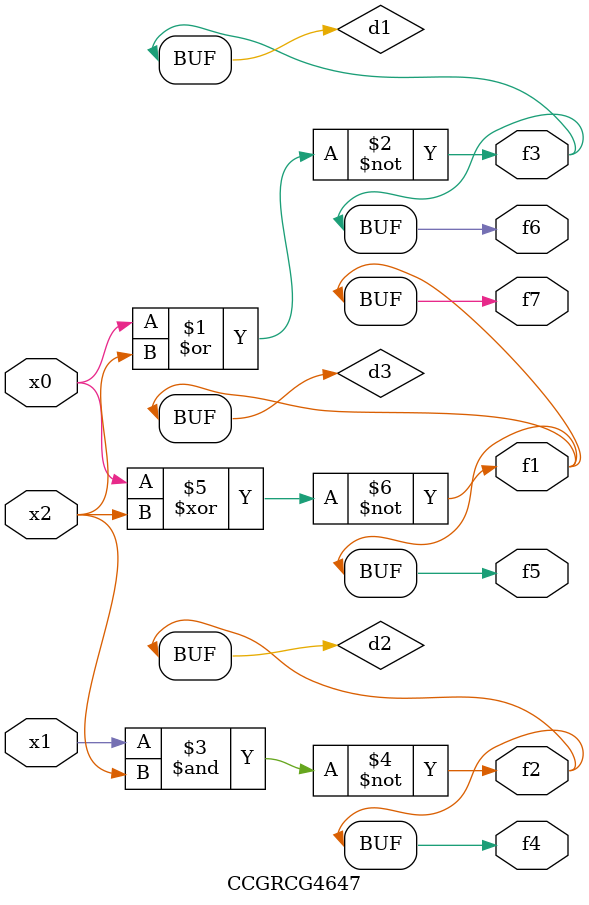
<source format=v>
module CCGRCG4647(
	input x0, x1, x2,
	output f1, f2, f3, f4, f5, f6, f7
);

	wire d1, d2, d3;

	nor (d1, x0, x2);
	nand (d2, x1, x2);
	xnor (d3, x0, x2);
	assign f1 = d3;
	assign f2 = d2;
	assign f3 = d1;
	assign f4 = d2;
	assign f5 = d3;
	assign f6 = d1;
	assign f7 = d3;
endmodule

</source>
